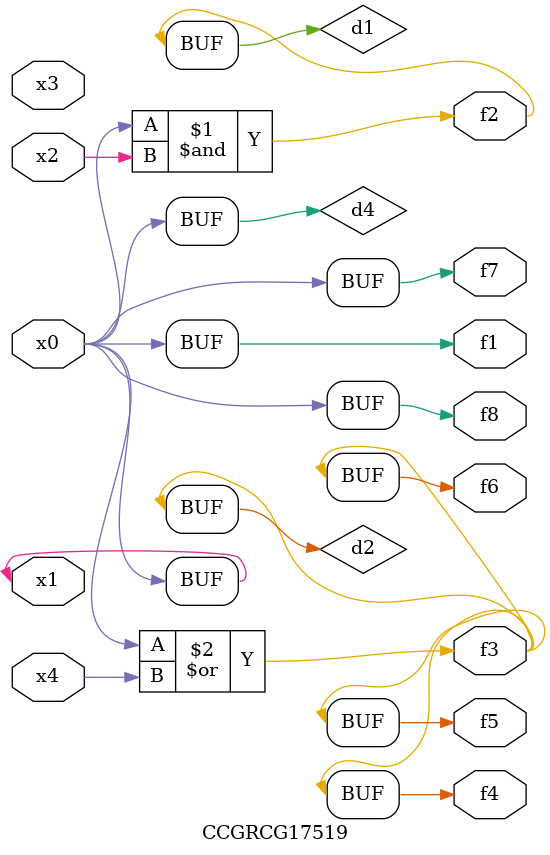
<source format=v>
module CCGRCG17519(
	input x0, x1, x2, x3, x4,
	output f1, f2, f3, f4, f5, f6, f7, f8
);

	wire d1, d2, d3, d4;

	and (d1, x0, x2);
	or (d2, x0, x4);
	nand (d3, x0, x2);
	buf (d4, x0, x1);
	assign f1 = d4;
	assign f2 = d1;
	assign f3 = d2;
	assign f4 = d2;
	assign f5 = d2;
	assign f6 = d2;
	assign f7 = d4;
	assign f8 = d4;
endmodule

</source>
